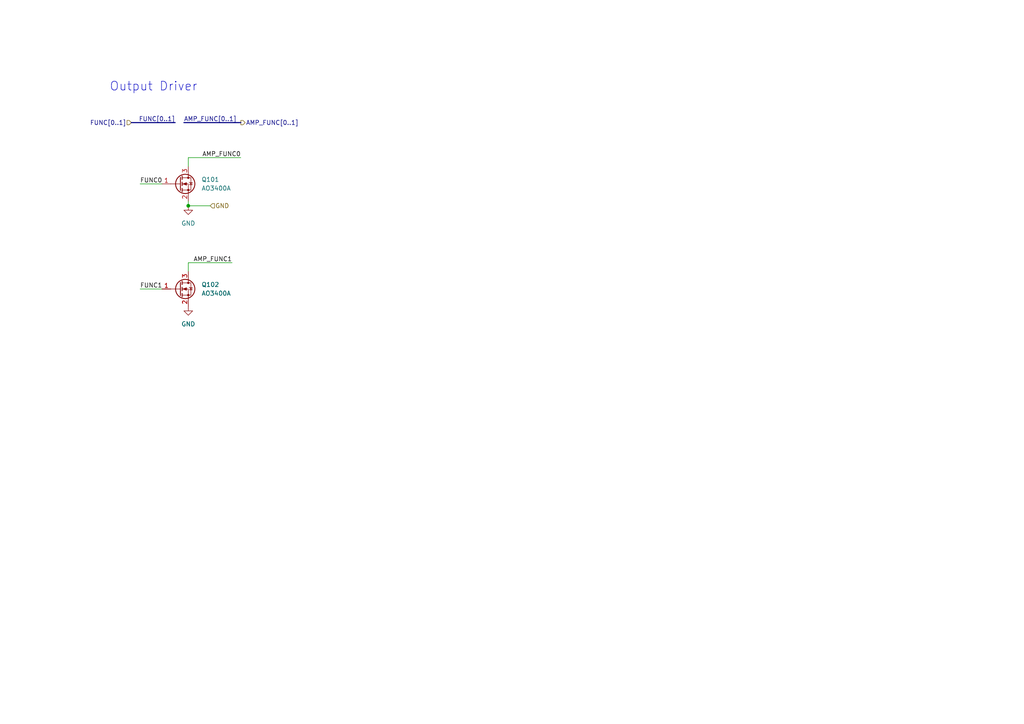
<source format=kicad_sch>
(kicad_sch (version 20231120) (generator "eeschema") (generator_version "8.0")
  (paper "A4")
  (title_block (title "xDuinoRail - LocDecoder - Development Kit") (date "2024-10-09") (rev "v0.2") (company "Chatelain Engineering, Bern - CH"))
  (lib_symbols
    (symbol "Transistor_FET:AO3400A" (pin_names hide)
      (property "Reference" "Q" (at 5.08 1.905 0))
      (property "Value" "AO3400A" (at 5.08 0 0))
      (symbol "AO3400A_0_1"
        (polyline (pts (xy 0.254 0) (xy -2.54 0)))
        (polyline (pts (xy 0.254 1.905) (xy 0.254 -1.905)) (stroke (width 0.254)))
        (polyline (pts (xy 0.762 -1.27) (xy 0.762 -2.286)) (stroke (width 0.254)))
        (polyline (pts (xy 0.762 0.508) (xy 0.762 -0.508)) (stroke (width 0.254)))
        (polyline (pts (xy 0.762 2.286) (xy 0.762 1.27)) (stroke (width 0.254)))
        (polyline (pts (xy 2.54 2.54) (xy 2.54 1.778)))
        (polyline (pts (xy 2.54 -2.54) (xy 2.54 0) (xy 0.762 0)))
        (polyline (pts (xy 0.762 -1.778) (xy 3.302 -1.778) (xy 3.302 1.778) (xy 0.762 1.778)))
        (polyline (pts (xy 1.016 0) (xy 2.032 0.381) (xy 2.032 -0.381) (xy 1.016 0)) (fill (type outline)))
        (polyline (pts (xy 2.794 0.508) (xy 2.921 0.381) (xy 3.683 0.381) (xy 3.81 0.254)))
        (polyline (pts (xy 3.302 0.381) (xy 2.921 -0.254) (xy 3.683 -0.254) (xy 3.302 0.381)))
        (circle (center 1.651 0) (radius 2.794) (stroke (width 0.254)))
        (circle (center 2.54 -1.778) (radius 0.254) (fill (type outline)))
        (circle (center 2.54 1.778) (radius 0.254) (fill (type outline)))
      )
      (symbol "AO3400A_1_1"
        (pin input line (at -5.08 0 0) (length 2.54) (name "G") (number "1"))
        (pin passive line (at 2.54 -5.08 90) (length 2.54) (name "S") (number "2"))
        (pin passive line (at 2.54 5.08 270) (length 2.54) (name "D") (number "3"))
      )
    )
    (symbol "power:GND" (power) (pin_names (offset 0))
      (property "Value" "GND" (at 0 -3.81 0))
      (symbol "GND_0_1"
        (polyline (pts (xy 0 0) (xy 0 -1.27) (xy 1.27 -1.27) (xy 0 -2.54) (xy -1.27 -1.27) (xy 0 -1.27)))
      )
      (symbol "GND_1_1"
        (pin power_in line (at 0 0 270) (length 0) hide (name "GND") (number "1"))
      )
    )
  )
  (junction (at 54.61 59.69))
  (bus (pts (xy 38.1 35.56) (xy 50.8 35.56)))
  (wire (pts (xy 54.61 45.72) (xy 69.85 45.72)))
  (wire (pts (xy 54.61 59.69) (xy 60.96 59.69)))
  (wire (pts (xy 54.61 59.69) (xy 54.61 58.42)))
  (wire (pts (xy 54.61 78.74) (xy 54.61 76.2)))
  (wire (pts (xy 54.61 76.2) (xy 67.31 76.2)))
  (wire (pts (xy 40.64 83.82) (xy 46.99 83.82)))
  (wire (pts (xy 40.64 53.34) (xy 46.99 53.34)))
  (wire (pts (xy 54.61 45.72) (xy 54.61 48.26)))
  (bus (pts (xy 53.34 35.56) (xy 69.85 35.56)))
  (text "Output Driver" (at 31.75 26.67 0) (effects (font (size 2.54 2.54)) (justify left bottom)))
  (label "FUNC[0..1]" (at 50.8 35.56 180))
  (label "FUNC0" (at 40.64 53.34 0))
  (label "AMP_FUNC1" (at 67.31 76.2 180))
  (label "AMP_FUNC0" (at 69.85 45.72 180))
  (label "FUNC1" (at 40.64 83.82 0))
  (label "AMP_FUNC[0..1]" (at 53.34 35.56 0))
  (hierarchical_label "FUNC[0..1]" (shape input) (at 38.1 35.56 180))
  (hierarchical_label "GND" (shape input) (at 60.96 59.69 0))
  (hierarchical_label "AMP_FUNC[0..1]" (shape output) (at 69.85 35.56 0))
  (symbol (lib_id "Transistor_FET:AO3400A") (at 52.07 83.82 0) (unit 1)
    (property "Reference" "Q102" (at 58.42 82.5499 0) (effects (justify left)))
    (property "Value" "AO3400A" (at 58.42 85.0899 0) (effects (justify left)))
    (property "Footprint" "Package_TO_SOT_SMD:SOT-23W_Handsoldering" (effects (hide yes)))
    (property "Datasheet" "http://www.aosmd.com/pdfs/datasheet/AO3400A.pdf" (effects (hide yes)))
    (property "Description" "30V Vds, 5.7A Id, N-Channel MOSFET, SOT-23" (effects (hide yes)))
    (property "Sim.Device" "PMOS" (effects (hide yes)))
    (property "Sim.Pins" "1=D 2=G 3=S" (effects (hide yes)))
    (property "Sim.Type" "VDMOS" (effects (hide yes)))
    (property "OLI_ID" "AO3400A_SOT-23-3L" (effects (hide yes)))
  )
  (symbol (lib_id "power:GND") (at 54.61 59.69 0) (unit 1)
    (property "Reference" "#PWR0201" (effects (hide yes)))
    (property "Value" "GND" (at 54.61 64.77 0))
    (property "Description" "Power symbol creates a global label with name \"GND\" , ground" (effects (hide yes)))
    (instances (project "loco-driver-func-test" (path "" (reference "#PWR0201") (unit 1))) (project "xDuinoRail-Loco-Light-Dev" (path "" (reference "#PWR01901") (unit 1))))
  )
  (symbol (lib_id "power:GND") (at 54.61 88.9 0) (unit 1)
    (property "Reference" "#PWR0102" (effects (hide yes)))
    (property "Value" "GND" (at 54.61 93.98 0))
    (property "Description" "Power symbol creates a global label with name \"GND\" , ground" (effects (hide yes)))
  )
  (symbol (lib_id "Transistor_FET:AO3400A") (at 52.07 53.34 0) (unit 1)
    (property "Reference" "Q101" (at 58.42 52.0699 0) (effects (justify left)))
    (property "Value" "AO3400A" (at 58.42 54.6099 0) (effects (justify left)))
    (property "Footprint" "Package_TO_SOT_SMD:SOT-23W_Handsoldering" (effects (hide yes)))
    (property "Datasheet" "http://www.aosmd.com/pdfs/datasheet/AO3400A.pdf" (effects (hide yes)))
    (property "Description" "30V Vds, 5.7A Id, N-Channel MOSFET, SOT-23" (effects (hide yes)))
    (property "Sim.Device" "PMOS" (effects (hide yes)))
    (property "Sim.Type" "VDMOS" (effects (hide yes)))
    (property "Sim.Pins" "1=D 2=G 3=S" (effects (hide yes)))
    (property "OLI_ID" "AO3400A_SOT-23-3L" (effects (hide yes)))
  )
)
</source>
